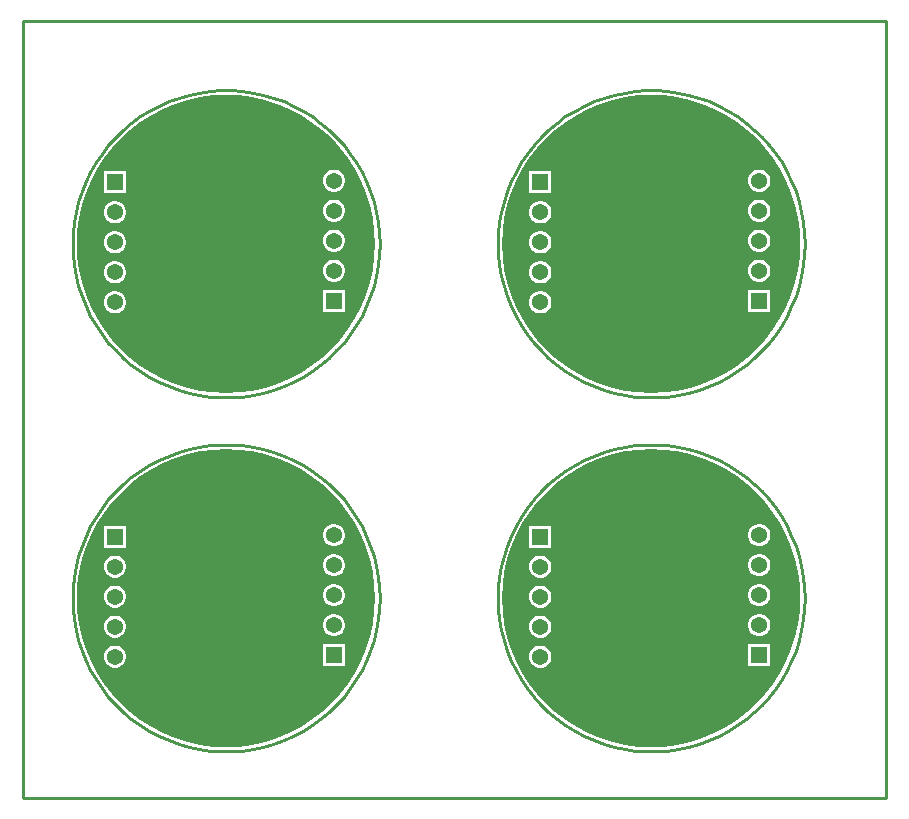
<source format=gbr>
%FSTAX23Y23*%
%MOIN*%
%SFA1B1*%

%IPPOS*%
%ADD10C,0.010000*%
%ADD11R,0.053937X0.053937*%
%ADD12C,0.053937*%
%LNpcb2_copper_signal_top-1*%
%LPD*%
G36*
X02137Y02342D02*
X0218Y02337D01*
X02222Y02327*
X02264Y02314*
X02304Y02298*
X02342Y02278*
X02379Y02254*
X02413Y02228*
X02445Y02199*
X02474Y02167*
X02501Y02132*
X02524Y02096*
X02544Y02057*
X0256Y02017*
X02573Y01976*
X02583Y01934*
X02589Y01891*
X0259Y01847*
X02589Y01804*
X02583Y01761*
X02573Y01719*
X0256Y01678*
X02544Y01637*
X02524Y01599*
X02501Y01562*
X02474Y01528*
X02445Y01496*
X02413Y01467*
X02379Y0144*
X02342Y01417*
X02304Y01397*
X02264Y01381*
X02222Y01368*
X0218Y01358*
X02137Y01353*
X02094Y01351*
X0205Y01353*
X02007Y01358*
X01965Y01368*
X01924Y01381*
X01884Y01397*
X01845Y01417*
X01809Y0144*
X01774Y01467*
X01742Y01496*
X01713Y01528*
X01687Y01562*
X01663Y01599*
X01643Y01637*
X01627Y01678*
X01614Y01719*
X01604Y01761*
X01599Y01804*
X01597Y01847*
X01599Y01891*
X01604Y01934*
X01614Y01976*
X01627Y02017*
X01643Y02057*
X01663Y02096*
X01687Y02132*
X01713Y02167*
X01742Y02199*
X01774Y02228*
X01809Y02254*
X01845Y02278*
X01884Y02298*
X01924Y02314*
X01965Y02327*
X02007Y02337*
X0205Y02342*
X02094Y02344*
X02137Y02342*
G37*
G36*
X0072D02*
X00763Y02337D01*
X00805Y02327*
X00846Y02314*
X00886Y02298*
X00925Y02278*
X00961Y02254*
X00996Y02228*
X01028Y02199*
X01057Y02167*
X01083Y02132*
X01107Y02096*
X01127Y02057*
X01143Y02017*
X01156Y01976*
X01166Y01934*
X01171Y01891*
X01173Y01847*
X01171Y01804*
X01166Y01761*
X01156Y01719*
X01143Y01678*
X01127Y01637*
X01107Y01599*
X01083Y01562*
X01057Y01528*
X01028Y01496*
X00996Y01467*
X00961Y0144*
X00925Y01417*
X00886Y01397*
X00846Y01381*
X00805Y01368*
X00763Y01358*
X0072Y01353*
X00676Y01351*
X00633Y01353*
X0059Y01358*
X00548Y01368*
X00506Y01381*
X00466Y01397*
X00428Y01417*
X00391Y0144*
X00357Y01467*
X00325Y01496*
X00296Y01528*
X00269Y01562*
X00246Y01599*
X00226Y01637*
X00209Y01678*
X00196Y01719*
X00187Y01761*
X00181Y01804*
X0018Y01847*
X00181Y01891*
X00187Y01934*
X00196Y01976*
X00209Y02017*
X00226Y02057*
X00246Y02096*
X00269Y02132*
X00296Y02167*
X00325Y02199*
X00357Y02228*
X00391Y02254*
X00428Y02278*
X00466Y02298*
X00506Y02314*
X00548Y02327*
X0059Y02337*
X00633Y02342*
X00676Y02344*
X0072Y02342*
G37*
G36*
X02137Y01161D02*
X0218Y01156D01*
X02222Y01146*
X02264Y01133*
X02304Y01117*
X02342Y01097*
X02379Y01073*
X02413Y01047*
X02445Y01018*
X02474Y00986*
X02501Y00951*
X02524Y00915*
X02544Y00876*
X0256Y00836*
X02573Y00795*
X02583Y00753*
X02589Y0071*
X0259Y00666*
X02589Y00623*
X02583Y0058*
X02573Y00538*
X0256Y00496*
X02544Y00456*
X02524Y00418*
X02501Y00381*
X02474Y00347*
X02445Y00315*
X02413Y00286*
X02379Y00259*
X02342Y00236*
X02304Y00216*
X02264Y00199*
X02222Y00186*
X0218Y00177*
X02137Y00171*
X02094Y0017*
X0205Y00171*
X02007Y00177*
X01965Y00186*
X01924Y00199*
X01884Y00216*
X01845Y00236*
X01809Y00259*
X01774Y00286*
X01742Y00315*
X01713Y00347*
X01687Y00381*
X01663Y00418*
X01643Y00456*
X01627Y00496*
X01614Y00538*
X01604Y0058*
X01599Y00623*
X01597Y00666*
X01599Y0071*
X01604Y00753*
X01614Y00795*
X01627Y00836*
X01643Y00876*
X01663Y00915*
X01687Y00951*
X01713Y00986*
X01742Y01018*
X01774Y01047*
X01809Y01073*
X01845Y01097*
X01884Y01117*
X01924Y01133*
X01965Y01146*
X02007Y01156*
X0205Y01161*
X02094Y01163*
X02137Y01161*
G37*
G36*
X0072D02*
X00763Y01156D01*
X00805Y01146*
X00846Y01133*
X00886Y01117*
X00925Y01097*
X00961Y01073*
X00996Y01047*
X01028Y01018*
X01057Y00986*
X01083Y00951*
X01107Y00915*
X01127Y00876*
X01143Y00836*
X01156Y00795*
X01166Y00753*
X01171Y0071*
X01173Y00666*
X01171Y00623*
X01166Y0058*
X01156Y00538*
X01143Y00496*
X01127Y00456*
X01107Y00418*
X01083Y00381*
X01057Y00347*
X01028Y00315*
X00996Y00286*
X00961Y00259*
X00925Y00236*
X00886Y00216*
X00846Y00199*
X00805Y00186*
X00763Y00177*
X0072Y00171*
X00676Y0017*
X00633Y00171*
X0059Y00177*
X00548Y00186*
X00506Y00199*
X00466Y00216*
X00428Y00236*
X00391Y00259*
X00357Y00286*
X00325Y00315*
X00296Y00347*
X00269Y00381*
X00246Y00418*
X00226Y00456*
X00209Y00496*
X00196Y00538*
X00187Y0058*
X00181Y00623*
X0018Y00666*
X00181Y0071*
X00187Y00753*
X00196Y00795*
X00209Y00836*
X00226Y00876*
X00246Y00915*
X00269Y00951*
X00296Y00986*
X00325Y01018*
X00357Y01047*
X00391Y01073*
X00428Y01097*
X00466Y01117*
X00506Y01133*
X00548Y01146*
X0059Y01156*
X00633Y01161*
X00676Y01163*
X0072Y01161*
G37*
%LNpcb2_copper_signal_top-2*%
%LPC*%
G36*
X02459Y02094D02*
X02449D01*
X02439Y02092*
X02431Y02087*
X02424Y0208*
X02419Y02072*
X02417Y02062*
Y02053*
X02419Y02043*
X02424Y02035*
X02431Y02028*
X02439Y02023*
X02449Y0202*
X02459*
X02468Y02023*
X02476Y02028*
X02483Y02035*
X02488Y02043*
X02491Y02053*
Y02062*
X02488Y02072*
X02483Y0208*
X02476Y02087*
X02468Y02092*
X02459Y02094*
G37*
G36*
X01761Y02089D02*
X01687D01*
Y02015*
X01761*
Y02089*
G37*
G36*
X02459Y01994D02*
X02449D01*
X02439Y01992*
X02431Y01987*
X02424Y0198*
X02419Y01972*
X02417Y01962*
Y01953*
X02419Y01943*
X02424Y01935*
X02431Y01928*
X02439Y01923*
X02449Y0192*
X02459*
X02468Y01923*
X02476Y01928*
X02483Y01935*
X02488Y01943*
X02491Y01953*
Y01962*
X02488Y01972*
X02483Y0198*
X02476Y01987*
X02468Y01992*
X02459Y01994*
G37*
G36*
X01729Y01989D02*
X01719D01*
X01709Y01987*
X01701Y01982*
X01694Y01975*
X01689Y01967*
X01687Y01957*
Y01948*
X01689Y01938*
X01694Y0193*
X01701Y01923*
X01709Y01918*
X01719Y01915*
X01729*
X01738Y01918*
X01746Y01923*
X01753Y0193*
X01758Y01938*
X01761Y01948*
Y01957*
X01758Y01967*
X01753Y01975*
X01746Y01982*
X01738Y01987*
X01729Y01989*
G37*
G36*
X02459Y01894D02*
X02449D01*
X02439Y01892*
X02431Y01887*
X02424Y0188*
X02419Y01872*
X02417Y01862*
Y01853*
X02419Y01843*
X02424Y01835*
X02431Y01828*
X02439Y01823*
X02449Y0182*
X02459*
X02468Y01823*
X02476Y01828*
X02483Y01835*
X02488Y01843*
X02491Y01853*
Y01862*
X02488Y01872*
X02483Y0188*
X02476Y01887*
X02468Y01892*
X02459Y01894*
G37*
G36*
X01729Y01889D02*
X01719D01*
X01709Y01887*
X01701Y01882*
X01694Y01875*
X01689Y01867*
X01687Y01857*
Y01848*
X01689Y01838*
X01694Y0183*
X01701Y01823*
X01709Y01818*
X01719Y01815*
X01729*
X01738Y01818*
X01746Y01823*
X01753Y0183*
X01758Y01838*
X01761Y01848*
Y01857*
X01758Y01867*
X01753Y01875*
X01746Y01882*
X01738Y01887*
X01729Y01889*
G37*
G36*
X02459Y01794D02*
X02449D01*
X02439Y01792*
X02431Y01787*
X02424Y0178*
X02419Y01772*
X02417Y01762*
Y01753*
X02419Y01743*
X02424Y01735*
X02431Y01728*
X02439Y01723*
X02449Y0172*
X02459*
X02468Y01723*
X02476Y01728*
X02483Y01735*
X02488Y01743*
X02491Y01753*
Y01762*
X02488Y01772*
X02483Y0178*
X02476Y01787*
X02468Y01792*
X02459Y01794*
G37*
G36*
X01729Y01789D02*
X01719D01*
X01709Y01787*
X01701Y01782*
X01694Y01775*
X01689Y01767*
X01687Y01757*
Y01748*
X01689Y01738*
X01694Y0173*
X01701Y01723*
X01709Y01718*
X01719Y01715*
X01729*
X01738Y01718*
X01746Y01723*
X01753Y0173*
X01758Y01738*
X01761Y01748*
Y01757*
X01758Y01767*
X01753Y01775*
X01746Y01782*
X01738Y01787*
X01729Y01789*
G37*
G36*
X02491Y01694D02*
X02417D01*
Y0162*
X02491*
Y01694*
G37*
G36*
X01729Y01689D02*
X01719D01*
X01709Y01687*
X01701Y01682*
X01694Y01675*
X01689Y01667*
X01687Y01657*
Y01648*
X01689Y01638*
X01694Y0163*
X01701Y01623*
X01709Y01618*
X01719Y01615*
X01729*
X01738Y01618*
X01746Y01623*
X01753Y0163*
X01758Y01638*
X01761Y01648*
Y01657*
X01758Y01667*
X01753Y01675*
X01746Y01682*
X01738Y01687*
X01729Y01689*
G37*
G36*
X01041Y02094D02*
X01031D01*
X01022Y02092*
X01014Y02087*
X01007Y0208*
X01002Y02072*
X00999Y02062*
Y02053*
X01002Y02043*
X01007Y02035*
X01014Y02028*
X01022Y02023*
X01031Y0202*
X01041*
X01051Y02023*
X01059Y02028*
X01066Y02035*
X01071Y02043*
X01073Y02053*
Y02062*
X01071Y02072*
X01066Y0208*
X01059Y02087*
X01051Y02092*
X01041Y02094*
G37*
G36*
X00343Y02089D02*
X00269D01*
Y02015*
X00343*
Y02089*
G37*
G36*
X01041Y01994D02*
X01031D01*
X01022Y01992*
X01014Y01987*
X01007Y0198*
X01002Y01972*
X00999Y01962*
Y01953*
X01002Y01943*
X01007Y01935*
X01014Y01928*
X01022Y01923*
X01031Y0192*
X01041*
X01051Y01923*
X01059Y01928*
X01066Y01935*
X01071Y01943*
X01073Y01953*
Y01962*
X01071Y01972*
X01066Y0198*
X01059Y01987*
X01051Y01992*
X01041Y01994*
G37*
G36*
X00311Y01989D02*
X00301D01*
X00292Y01987*
X00284Y01982*
X00277Y01975*
X00272Y01967*
X00269Y01957*
Y01948*
X00272Y01938*
X00277Y0193*
X00284Y01923*
X00292Y01918*
X00301Y01915*
X00311*
X00321Y01918*
X00329Y01923*
X00336Y0193*
X00341Y01938*
X00343Y01948*
Y01957*
X00341Y01967*
X00336Y01975*
X00329Y01982*
X00321Y01987*
X00311Y01989*
G37*
G36*
X01041Y01894D02*
X01031D01*
X01022Y01892*
X01014Y01887*
X01007Y0188*
X01002Y01872*
X00999Y01862*
Y01853*
X01002Y01843*
X01007Y01835*
X01014Y01828*
X01022Y01823*
X01031Y0182*
X01041*
X01051Y01823*
X01059Y01828*
X01066Y01835*
X01071Y01843*
X01073Y01853*
Y01862*
X01071Y01872*
X01066Y0188*
X01059Y01887*
X01051Y01892*
X01041Y01894*
G37*
G36*
X00311Y01889D02*
X00301D01*
X00292Y01887*
X00284Y01882*
X00277Y01875*
X00272Y01867*
X00269Y01857*
Y01848*
X00272Y01838*
X00277Y0183*
X00284Y01823*
X00292Y01818*
X00301Y01815*
X00311*
X00321Y01818*
X00329Y01823*
X00336Y0183*
X00341Y01838*
X00343Y01848*
Y01857*
X00341Y01867*
X00336Y01875*
X00329Y01882*
X00321Y01887*
X00311Y01889*
G37*
G36*
X01041Y01794D02*
X01031D01*
X01022Y01792*
X01014Y01787*
X01007Y0178*
X01002Y01772*
X00999Y01762*
Y01753*
X01002Y01743*
X01007Y01735*
X01014Y01728*
X01022Y01723*
X01031Y0172*
X01041*
X01051Y01723*
X01059Y01728*
X01066Y01735*
X01071Y01743*
X01073Y01753*
Y01762*
X01071Y01772*
X01066Y0178*
X01059Y01787*
X01051Y01792*
X01041Y01794*
G37*
G36*
X00311Y01789D02*
X00301D01*
X00292Y01787*
X00284Y01782*
X00277Y01775*
X00272Y01767*
X00269Y01757*
Y01748*
X00272Y01738*
X00277Y0173*
X00284Y01723*
X00292Y01718*
X00301Y01715*
X00311*
X00321Y01718*
X00329Y01723*
X00336Y0173*
X00341Y01738*
X00343Y01748*
Y01757*
X00341Y01767*
X00336Y01775*
X00329Y01782*
X00321Y01787*
X00311Y01789*
G37*
G36*
X01073Y01694D02*
X00999D01*
Y0162*
X01073*
Y01694*
G37*
G36*
X00311Y01689D02*
X00301D01*
X00292Y01687*
X00284Y01682*
X00277Y01675*
X00272Y01667*
X00269Y01657*
Y01648*
X00272Y01638*
X00277Y0163*
X00284Y01623*
X00292Y01618*
X00301Y01615*
X00311*
X00321Y01618*
X00329Y01623*
X00336Y0163*
X00341Y01638*
X00343Y01648*
Y01657*
X00341Y01667*
X00336Y01675*
X00329Y01682*
X00321Y01687*
X00311Y01689*
G37*
G36*
X02459Y00913D02*
X02449D01*
X02439Y00911*
X02431Y00906*
X02424Y00899*
X02419Y00891*
X02417Y00881*
Y00871*
X02419Y00862*
X02424Y00854*
X02431Y00847*
X02439Y00842*
X02449Y00839*
X02459*
X02468Y00842*
X02476Y00847*
X02483Y00854*
X02488Y00862*
X02491Y00871*
Y00881*
X02488Y00891*
X02483Y00899*
X02476Y00906*
X02468Y00911*
X02459Y00913*
G37*
G36*
X01761Y00908D02*
X01687D01*
Y00834*
X01761*
Y00908*
G37*
G36*
X02459Y00813D02*
X02449D01*
X02439Y00811*
X02431Y00806*
X02424Y00799*
X02419Y00791*
X02417Y00781*
Y00771*
X02419Y00762*
X02424Y00754*
X02431Y00747*
X02439Y00742*
X02449Y00739*
X02459*
X02468Y00742*
X02476Y00747*
X02483Y00754*
X02488Y00762*
X02491Y00771*
Y00781*
X02488Y00791*
X02483Y00799*
X02476Y00806*
X02468Y00811*
X02459Y00813*
G37*
G36*
X01729Y00808D02*
X01719D01*
X01709Y00806*
X01701Y00801*
X01694Y00794*
X01689Y00786*
X01687Y00776*
Y00766*
X01689Y00757*
X01694Y00749*
X01701Y00742*
X01709Y00737*
X01719Y00734*
X01729*
X01738Y00737*
X01746Y00742*
X01753Y00749*
X01758Y00757*
X01761Y00766*
Y00776*
X01758Y00786*
X01753Y00794*
X01746Y00801*
X01738Y00806*
X01729Y00808*
G37*
G36*
X02459Y00713D02*
X02449D01*
X02439Y00711*
X02431Y00706*
X02424Y00699*
X02419Y00691*
X02417Y00681*
Y00671*
X02419Y00662*
X02424Y00654*
X02431Y00647*
X02439Y00642*
X02449Y00639*
X02459*
X02468Y00642*
X02476Y00647*
X02483Y00654*
X02488Y00662*
X02491Y00671*
Y00681*
X02488Y00691*
X02483Y00699*
X02476Y00706*
X02468Y00711*
X02459Y00713*
G37*
G36*
X01729Y00708D02*
X01719D01*
X01709Y00706*
X01701Y00701*
X01694Y00694*
X01689Y00686*
X01687Y00676*
Y00666*
X01689Y00657*
X01694Y00649*
X01701Y00642*
X01709Y00637*
X01719Y00634*
X01729*
X01738Y00637*
X01746Y00642*
X01753Y00649*
X01758Y00657*
X01761Y00666*
Y00676*
X01758Y00686*
X01753Y00694*
X01746Y00701*
X01738Y00706*
X01729Y00708*
G37*
G36*
X02459Y00613D02*
X02449D01*
X02439Y00611*
X02431Y00606*
X02424Y00599*
X02419Y00591*
X02417Y00581*
Y00571*
X02419Y00562*
X02424Y00554*
X02431Y00547*
X02439Y00542*
X02449Y00539*
X02459*
X02468Y00542*
X02476Y00547*
X02483Y00554*
X02488Y00562*
X02491Y00571*
Y00581*
X02488Y00591*
X02483Y00599*
X02476Y00606*
X02468Y00611*
X02459Y00613*
G37*
G36*
X01729Y00608D02*
X01719D01*
X01709Y00606*
X01701Y00601*
X01694Y00594*
X01689Y00586*
X01687Y00576*
Y00566*
X01689Y00557*
X01694Y00549*
X01701Y00542*
X01709Y00537*
X01719Y00534*
X01729*
X01738Y00537*
X01746Y00542*
X01753Y00549*
X01758Y00557*
X01761Y00566*
Y00576*
X01758Y00586*
X01753Y00594*
X01746Y00601*
X01738Y00606*
X01729Y00608*
G37*
G36*
X02491Y00513D02*
X02417D01*
Y00439*
X02491*
Y00513*
G37*
G36*
X01729Y00508D02*
X01719D01*
X01709Y00506*
X01701Y00501*
X01694Y00494*
X01689Y00486*
X01687Y00476*
Y00466*
X01689Y00457*
X01694Y00449*
X01701Y00442*
X01709Y00437*
X01719Y00434*
X01729*
X01738Y00437*
X01746Y00442*
X01753Y00449*
X01758Y00457*
X01761Y00466*
Y00476*
X01758Y00486*
X01753Y00494*
X01746Y00501*
X01738Y00506*
X01729Y00508*
G37*
G36*
X01041Y00913D02*
X01031D01*
X01022Y00911*
X01014Y00906*
X01007Y00899*
X01002Y00891*
X00999Y00881*
Y00871*
X01002Y00862*
X01007Y00854*
X01014Y00847*
X01022Y00842*
X01031Y00839*
X01041*
X01051Y00842*
X01059Y00847*
X01066Y00854*
X01071Y00862*
X01073Y00871*
Y00881*
X01071Y00891*
X01066Y00899*
X01059Y00906*
X01051Y00911*
X01041Y00913*
G37*
G36*
X00343Y00908D02*
X00269D01*
Y00834*
X00343*
Y00908*
G37*
G36*
X01041Y00813D02*
X01031D01*
X01022Y00811*
X01014Y00806*
X01007Y00799*
X01002Y00791*
X00999Y00781*
Y00771*
X01002Y00762*
X01007Y00754*
X01014Y00747*
X01022Y00742*
X01031Y00739*
X01041*
X01051Y00742*
X01059Y00747*
X01066Y00754*
X01071Y00762*
X01073Y00771*
Y00781*
X01071Y00791*
X01066Y00799*
X01059Y00806*
X01051Y00811*
X01041Y00813*
G37*
G36*
X00311Y00808D02*
X00301D01*
X00292Y00806*
X00284Y00801*
X00277Y00794*
X00272Y00786*
X00269Y00776*
Y00766*
X00272Y00757*
X00277Y00749*
X00284Y00742*
X00292Y00737*
X00301Y00734*
X00311*
X00321Y00737*
X00329Y00742*
X00336Y00749*
X00341Y00757*
X00343Y00766*
Y00776*
X00341Y00786*
X00336Y00794*
X00329Y00801*
X00321Y00806*
X00311Y00808*
G37*
G36*
X01041Y00713D02*
X01031D01*
X01022Y00711*
X01014Y00706*
X01007Y00699*
X01002Y00691*
X00999Y00681*
Y00671*
X01002Y00662*
X01007Y00654*
X01014Y00647*
X01022Y00642*
X01031Y00639*
X01041*
X01051Y00642*
X01059Y00647*
X01066Y00654*
X01071Y00662*
X01073Y00671*
Y00681*
X01071Y00691*
X01066Y00699*
X01059Y00706*
X01051Y00711*
X01041Y00713*
G37*
G36*
X00311Y00708D02*
X00301D01*
X00292Y00706*
X00284Y00701*
X00277Y00694*
X00272Y00686*
X00269Y00676*
Y00666*
X00272Y00657*
X00277Y00649*
X00284Y00642*
X00292Y00637*
X00301Y00634*
X00311*
X00321Y00637*
X00329Y00642*
X00336Y00649*
X00341Y00657*
X00343Y00666*
Y00676*
X00341Y00686*
X00336Y00694*
X00329Y00701*
X00321Y00706*
X00311Y00708*
G37*
G36*
X01041Y00613D02*
X01031D01*
X01022Y00611*
X01014Y00606*
X01007Y00599*
X01002Y00591*
X00999Y00581*
Y00571*
X01002Y00562*
X01007Y00554*
X01014Y00547*
X01022Y00542*
X01031Y00539*
X01041*
X01051Y00542*
X01059Y00547*
X01066Y00554*
X01071Y00562*
X01073Y00571*
Y00581*
X01071Y00591*
X01066Y00599*
X01059Y00606*
X01051Y00611*
X01041Y00613*
G37*
G36*
X00311Y00608D02*
X00301D01*
X00292Y00606*
X00284Y00601*
X00277Y00594*
X00272Y00586*
X00269Y00576*
Y00566*
X00272Y00557*
X00277Y00549*
X00284Y00542*
X00292Y00537*
X00301Y00534*
X00311*
X00321Y00537*
X00329Y00542*
X00336Y00549*
X00341Y00557*
X00343Y00566*
Y00576*
X00341Y00586*
X00336Y00594*
X00329Y00601*
X00321Y00606*
X00311Y00608*
G37*
G36*
X01073Y00513D02*
X00999D01*
Y00439*
X01073*
Y00513*
G37*
G36*
X00311Y00508D02*
X00301D01*
X00292Y00506*
X00284Y00501*
X00277Y00494*
X00272Y00486*
X00269Y00476*
Y00466*
X00272Y00457*
X00277Y00449*
X00284Y00442*
X00292Y00437*
X00301Y00434*
X00311*
X00321Y00437*
X00329Y00442*
X00336Y00449*
X00341Y00457*
X00343Y00466*
Y00476*
X00341Y00486*
X00336Y00494*
X00329Y00501*
X00321Y00506*
X00311Y00508*
G37*
%LNpcb2_copper_signal_top-3*%
%LPD*%
G54D10*
X0Y0D02*
X02875D01*
X0Y0259D02*
X02875D01*
Y0D02*
Y0259D01*
X0Y0D02*
Y0259D01*
X01188Y00666D02*
D01*
X01187Y00702*
X01183Y00738*
X01177Y00773*
X01168Y00807*
X01157Y00841*
X01144Y00874*
X01128Y00907*
X0111Y00938*
X0109Y00967*
X01068Y00995*
X01044Y01022*
X01019Y01047*
X00991Y0107*
X00963Y01091*
X00932Y0111*
X00901Y01126*
X00868Y01141*
X00834Y01153*
X008Y01163*
X00765Y0117*
X0073Y01175*
X00694Y01178*
X00658*
X00623Y01175*
X00587Y0117*
X00552Y01163*
X00518Y01153*
X00485Y01141*
X00452Y01126*
X0042Y0111*
X0039Y01091*
X00361Y0107*
X00334Y01047*
X00308Y01022*
X00284Y00995*
X00262Y00967*
X00242Y00938*
X00224Y00907*
X00209Y00874*
X00195Y00841*
X00184Y00807*
X00176Y00773*
X00169Y00738*
X00166Y00702*
X00165Y00666*
X00166Y00631*
X00169Y00595*
X00176Y0056*
X00184Y00525*
X00195Y00491*
X00209Y00458*
X00224Y00426*
X00242Y00395*
X00262Y00365*
X00284Y00337*
X00308Y00311*
X00334Y00286*
X00361Y00263*
X0039Y00242*
X0042Y00223*
X00452Y00206*
X00485Y00192*
X00518Y0018*
X00552Y0017*
X00587Y00162*
X00623Y00157*
X00658Y00155*
X00694*
X0073Y00157*
X00765Y00162*
X008Y0017*
X00834Y0018*
X00868Y00192*
X00901Y00206*
X00932Y00223*
X00963Y00242*
X00991Y00263*
X01019Y00286*
X01044Y00311*
X01068Y00337*
X0109Y00365*
X0111Y00395*
X01128Y00426*
X01144Y00458*
X01157Y00491*
X01168Y00525*
X01177Y0056*
X01183Y00595*
X01187Y00631*
X01188Y00666*
X02605D02*
D01*
X02604Y00702*
X026Y00738*
X02594Y00773*
X02586Y00807*
X02575Y00841*
X02561Y00874*
X02546Y00907*
X02528Y00938*
X02508Y00967*
X02486Y00995*
X02462Y01022*
X02436Y01047*
X02409Y0107*
X0238Y01091*
X0235Y0111*
X02318Y01126*
X02285Y01141*
X02252Y01153*
X02217Y01163*
X02183Y0117*
X02147Y01175*
X02111Y01178*
X02076*
X0204Y01175*
X02005Y0117*
X0197Y01163*
X01935Y01153*
X01902Y01141*
X01869Y01126*
X01838Y0111*
X01807Y01091*
X01779Y0107*
X01751Y01047*
X01725Y01022*
X01702Y00995*
X0168Y00967*
X0166Y00938*
X01642Y00907*
X01626Y00874*
X01613Y00841*
X01602Y00807*
X01593Y00773*
X01587Y00738*
X01583Y00702*
X01582Y00666*
X01583Y00631*
X01587Y00595*
X01593Y0056*
X01602Y00525*
X01613Y00491*
X01626Y00458*
X01642Y00426*
X0166Y00395*
X0168Y00365*
X01702Y00337*
X01725Y00311*
X01751Y00286*
X01779Y00263*
X01807Y00242*
X01838Y00223*
X01869Y00206*
X01902Y00192*
X01935Y0018*
X0197Y0017*
X02005Y00162*
X0204Y00157*
X02076Y00155*
X02111*
X02147Y00157*
X02183Y00162*
X02217Y0017*
X02252Y0018*
X02285Y00192*
X02318Y00206*
X0235Y00223*
X0238Y00242*
X02409Y00263*
X02436Y00286*
X02462Y00311*
X02486Y00337*
X02508Y00365*
X02528Y00395*
X02546Y00426*
X02561Y00458*
X02575Y00491*
X02586Y00525*
X02594Y0056*
X026Y00595*
X02604Y00631*
X02605Y00666*
X01188Y01847D02*
D01*
X01187Y01883*
X01183Y01919*
X01177Y01954*
X01168Y01988*
X01157Y02022*
X01144Y02056*
X01128Y02088*
X0111Y02119*
X0109Y02148*
X01068Y02176*
X01044Y02203*
X01019Y02228*
X00991Y02251*
X00963Y02272*
X00932Y02291*
X00901Y02307*
X00868Y02322*
X00834Y02334*
X008Y02344*
X00765Y02351*
X0073Y02356*
X00694Y02359*
X00658*
X00623Y02356*
X00587Y02351*
X00552Y02344*
X00518Y02334*
X00485Y02322*
X00452Y02307*
X0042Y02291*
X0039Y02272*
X00361Y02251*
X00334Y02228*
X00308Y02203*
X00284Y02176*
X00262Y02148*
X00242Y02119*
X00224Y02088*
X00209Y02056*
X00195Y02022*
X00184Y01988*
X00176Y01954*
X00169Y01919*
X00166Y01883*
X00165Y01847*
X00166Y01812*
X00169Y01776*
X00176Y01741*
X00184Y01706*
X00195Y01672*
X00209Y01639*
X00224Y01607*
X00242Y01576*
X00262Y01547*
X00284Y01518*
X00308Y01492*
X00334Y01467*
X00361Y01444*
X0039Y01423*
X0042Y01404*
X00452Y01387*
X00485Y01373*
X00518Y01361*
X00552Y01351*
X00587Y01343*
X00623Y01338*
X00658Y01336*
X00694*
X0073Y01338*
X00765Y01343*
X008Y01351*
X00834Y01361*
X00868Y01373*
X00901Y01387*
X00932Y01404*
X00963Y01423*
X00991Y01444*
X01019Y01467*
X01044Y01492*
X01068Y01518*
X0109Y01547*
X0111Y01576*
X01128Y01607*
X01144Y01639*
X01157Y01672*
X01168Y01706*
X01177Y01741*
X01183Y01776*
X01187Y01812*
X01188Y01847*
X02605D02*
D01*
X02604Y01883*
X026Y01919*
X02594Y01954*
X02586Y01988*
X02575Y02022*
X02561Y02056*
X02546Y02088*
X02528Y02119*
X02508Y02148*
X02486Y02176*
X02462Y02203*
X02436Y02228*
X02409Y02251*
X0238Y02272*
X0235Y02291*
X02318Y02307*
X02285Y02322*
X02252Y02334*
X02217Y02344*
X02183Y02351*
X02147Y02356*
X02111Y02359*
X02076*
X0204Y02356*
X02005Y02351*
X0197Y02344*
X01935Y02334*
X01902Y02322*
X01869Y02307*
X01838Y02291*
X01807Y02272*
X01779Y02251*
X01751Y02228*
X01725Y02203*
X01702Y02176*
X0168Y02148*
X0166Y02119*
X01642Y02088*
X01626Y02056*
X01613Y02022*
X01602Y01988*
X01593Y01954*
X01587Y01919*
X01583Y01883*
X01582Y01847*
X01583Y01812*
X01587Y01776*
X01593Y01741*
X01602Y01706*
X01613Y01672*
X01626Y01639*
X01642Y01607*
X0166Y01576*
X0168Y01547*
X01702Y01518*
X01725Y01492*
X01751Y01467*
X01779Y01444*
X01807Y01423*
X01838Y01404*
X01869Y01387*
X01902Y01373*
X01935Y01361*
X0197Y01351*
X02005Y01343*
X0204Y01338*
X02076Y01336*
X02111*
X02147Y01338*
X02183Y01343*
X02217Y01351*
X02252Y01361*
X02285Y01373*
X02318Y01387*
X0235Y01404*
X0238Y01423*
X02409Y01444*
X02436Y01467*
X02462Y01492*
X02486Y01518*
X02508Y01547*
X02528Y01576*
X02546Y01607*
X02561Y01639*
X02575Y01672*
X02586Y01706*
X02594Y01741*
X026Y01776*
X02604Y01812*
X02605Y01847*
G54D11*
X01036Y00476D03*
X00306Y00871D03*
X02454Y00476D03*
X01724Y00871D03*
X01036Y01657D03*
X00306Y02052D03*
X02454Y01657D03*
X01724Y02052D03*
G54D12*
X01036Y00576D03*
Y00676D03*
Y00776D03*
Y00876D03*
X00306Y00771D03*
Y00671D03*
Y00571D03*
Y00471D03*
X02454Y00576D03*
Y00676D03*
Y00776D03*
Y00876D03*
X01724Y00771D03*
Y00671D03*
Y00571D03*
Y00471D03*
X01036Y01757D03*
Y01857D03*
Y01957D03*
Y02057D03*
X00306Y01952D03*
Y01852D03*
Y01752D03*
Y01652D03*
X02454Y01757D03*
Y01857D03*
Y01957D03*
Y02057D03*
X01724Y01952D03*
Y01852D03*
Y01752D03*
Y01652D03*
M02*
</source>
